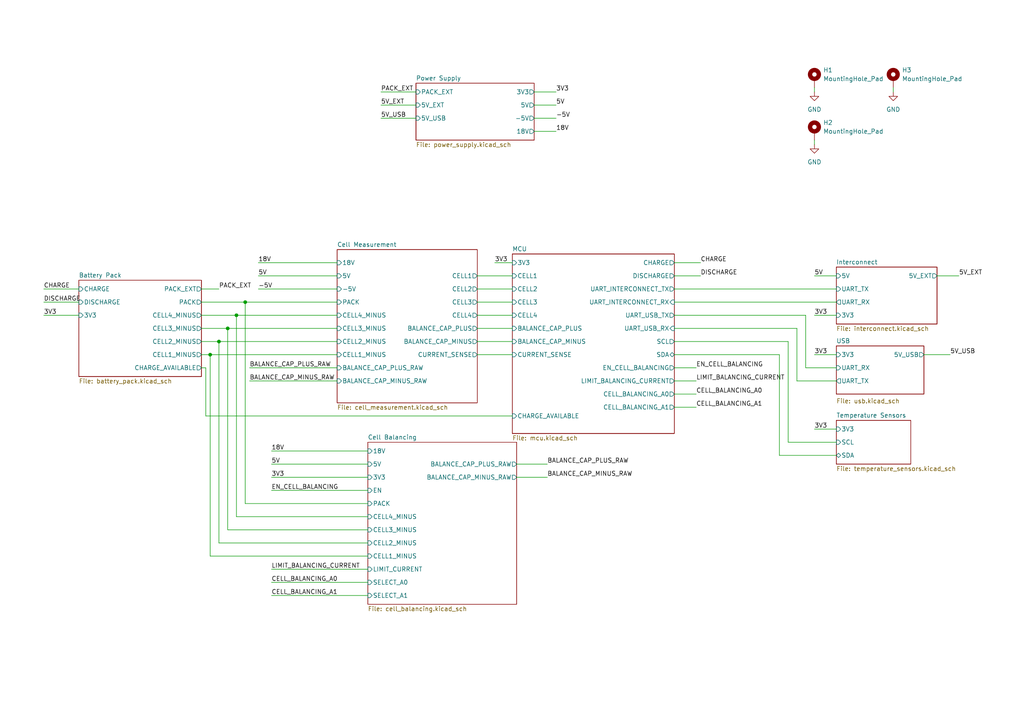
<source format=kicad_sch>
(kicad_sch (version 20230121) (generator eeschema)
  (paper "A4")
  (lib_symbols
    (symbol "benediktibk:MountingHole_Pad_M6" (pin_numbers hide) (pin_names (offset 1.016) hide)
      (property "Reference" "H" (at 0 6.35 0))
      (property "Value" "MountingHole_Pad_M6" (at 0 4.445 0))
      (symbol "MountingHole_Pad_M6_0_1"
        (circle (center 0 1.27) (radius 1.27) (stroke (width 1.27)))
      )
      (symbol "MountingHole_Pad_M6_1_1"
        (pin input line (at 0 -2.54 90) (length 2.54) (name "1") (number "1"))
      )
    )
    (symbol "power:GND" (power) (pin_names (offset 0))
      (property "Value" "GND" (at 0 -3.81 0))
      (symbol "GND_0_1"
        (polyline (pts (xy 0 0) (xy 0 -1.27) (xy 1.27 -1.27) (xy 0 -2.54) (xy -1.27 -1.27) (xy 0 -1.27)))
      )
      (symbol "GND_1_1"
        (pin power_in line (at 0 0 270) (length 0) hide (name "GND") (number "1"))
      )
    )
  )
  (junction (at 60.96 102.87))
  (junction (at 66.04 95.25))
  (junction (at 63.5 99.06))
  (junction (at 71.12 87.63))
  (junction (at 68.58 91.44))
  (wire (pts (xy 236.22 40.64) (xy 236.22 41.91)))
  (wire (pts (xy 58.42 87.63) (xy 71.12 87.63)))
  (wire (pts (xy 236.22 80.01) (xy 242.57 80.01)))
  (wire (pts (xy 59.69 120.65) (xy 148.59 120.65)))
  (wire (pts (xy 12.7 91.44) (xy 22.86 91.44)))
  (wire (pts (xy 71.12 87.63) (xy 97.79 87.63)))
  (wire (pts (xy 154.94 34.29) (xy 161.29 34.29)))
  (wire (pts (xy 236.22 102.87) (xy 242.57 102.87)))
  (wire (pts (xy 60.96 102.87) (xy 58.42 102.87)))
  (wire (pts (xy 110.49 34.29) (xy 120.65 34.29)))
  (wire (pts (xy 231.14 110.49) (xy 242.57 110.49)))
  (wire (pts (xy 195.58 106.68) (xy 201.93 106.68)))
  (wire (pts (xy 60.96 102.87) (xy 60.96 161.29)))
  (wire (pts (xy 59.69 120.65) (xy 59.69 106.68)))
  (wire (pts (xy 154.94 38.1) (xy 161.29 38.1)))
  (wire (pts (xy 78.74 138.43) (xy 106.68 138.43)))
  (wire (pts (xy 195.58 118.11) (xy 201.93 118.11)))
  (wire (pts (xy 149.86 134.62) (xy 158.75 134.62)))
  (wire (pts (xy 58.42 95.25) (xy 66.04 95.25)))
  (wire (pts (xy 78.74 168.91) (xy 106.68 168.91)))
  (wire (pts (xy 78.74 165.1) (xy 106.68 165.1)))
  (wire (pts (xy 233.68 106.68) (xy 242.57 106.68)))
  (wire (pts (xy 74.93 76.2) (xy 97.79 76.2)))
  (wire (pts (xy 226.06 132.08) (xy 242.57 132.08)))
  (wire (pts (xy 228.6 128.27) (xy 242.57 128.27)))
  (wire (pts (xy 106.68 157.48) (xy 63.5 157.48)))
  (wire (pts (xy 154.94 30.48) (xy 161.29 30.48)))
  (wire (pts (xy 138.43 95.25) (xy 148.59 95.25)))
  (wire (pts (xy 228.6 99.06) (xy 228.6 128.27)))
  (wire (pts (xy 195.58 83.82) (xy 242.57 83.82)))
  (wire (pts (xy 233.68 91.44) (xy 233.68 106.68)))
  (wire (pts (xy 236.22 124.46) (xy 242.57 124.46)))
  (wire (pts (xy 71.12 146.05) (xy 71.12 87.63)))
  (wire (pts (xy 138.43 99.06) (xy 148.59 99.06)))
  (wire (pts (xy 149.86 138.43) (xy 158.75 138.43)))
  (wire (pts (xy 12.7 87.63) (xy 22.86 87.63)))
  (wire (pts (xy 66.04 95.25) (xy 97.79 95.25)))
  (wire (pts (xy 138.43 102.87) (xy 148.59 102.87)))
  (wire (pts (xy 154.94 26.67) (xy 161.29 26.67)))
  (wire (pts (xy 68.58 149.86) (xy 68.58 91.44)))
  (wire (pts (xy 195.58 110.49) (xy 201.93 110.49)))
  (wire (pts (xy 195.58 114.3) (xy 201.93 114.3)))
  (wire (pts (xy 106.68 161.29) (xy 60.96 161.29)))
  (wire (pts (xy 259.08 25.4) (xy 259.08 26.67)))
  (wire (pts (xy 12.7 83.82) (xy 22.86 83.82)))
  (wire (pts (xy 58.42 83.82) (xy 63.5 83.82)))
  (wire (pts (xy 110.49 26.67) (xy 120.65 26.67)))
  (wire (pts (xy 63.5 99.06) (xy 63.5 157.48)))
  (wire (pts (xy 78.74 134.62) (xy 106.68 134.62)))
  (wire (pts (xy 78.74 130.81) (xy 106.68 130.81)))
  (wire (pts (xy 231.14 95.25) (xy 231.14 110.49)))
  (wire (pts (xy 138.43 91.44) (xy 148.59 91.44)))
  (wire (pts (xy 68.58 91.44) (xy 97.79 91.44)))
  (wire (pts (xy 195.58 99.06) (xy 228.6 99.06)))
  (wire (pts (xy 74.93 83.82) (xy 97.79 83.82)))
  (wire (pts (xy 63.5 99.06) (xy 97.79 99.06)))
  (wire (pts (xy 226.06 102.87) (xy 226.06 132.08)))
  (wire (pts (xy 195.58 76.2) (xy 203.2 76.2)))
  (wire (pts (xy 59.69 106.68) (xy 58.42 106.68)))
  (wire (pts (xy 271.78 80.01) (xy 278.13 80.01)))
  (wire (pts (xy 110.49 30.48) (xy 120.65 30.48)))
  (wire (pts (xy 72.39 110.49) (xy 97.79 110.49)))
  (wire (pts (xy 106.68 146.05) (xy 71.12 146.05)))
  (wire (pts (xy 58.42 91.44) (xy 68.58 91.44)))
  (wire (pts (xy 236.22 25.4) (xy 236.22 26.67)))
  (wire (pts (xy 195.58 87.63) (xy 242.57 87.63)))
  (wire (pts (xy 195.58 91.44) (xy 233.68 91.44)))
  (wire (pts (xy 195.58 80.01) (xy 203.2 80.01)))
  (wire (pts (xy 72.39 106.68) (xy 97.79 106.68)))
  (wire (pts (xy 78.74 172.72) (xy 106.68 172.72)))
  (wire (pts (xy 138.43 80.01) (xy 148.59 80.01)))
  (wire (pts (xy 195.58 102.87) (xy 226.06 102.87)))
  (wire (pts (xy 60.96 102.87) (xy 97.79 102.87)))
  (wire (pts (xy 236.22 91.44) (xy 242.57 91.44)))
  (wire (pts (xy 74.93 80.01) (xy 97.79 80.01)))
  (wire (pts (xy 66.04 153.67) (xy 66.04 95.25)))
  (wire (pts (xy 106.68 153.67) (xy 66.04 153.67)))
  (wire (pts (xy 143.51 76.2) (xy 148.59 76.2)))
  (wire (pts (xy 267.97 102.87) (xy 275.59 102.87)))
  (wire (pts (xy 58.42 99.06) (xy 63.5 99.06)))
  (wire (pts (xy 138.43 87.63) (xy 148.59 87.63)))
  (wire (pts (xy 138.43 83.82) (xy 148.59 83.82)))
  (wire (pts (xy 78.74 142.24) (xy 106.68 142.24)))
  (wire (pts (xy 195.58 95.25) (xy 231.14 95.25)))
  (wire (pts (xy 106.68 149.86) (xy 68.58 149.86)))
  (label "18V" (at 161.29 38.1 0))
  (label "5V" (at 74.93 80.01 0))
  (label "DISCHARGE" (at 203.2 80.01 0))
  (label "5V" (at 236.22 80.01 0))
  (label "3V3" (at 236.22 91.44 0))
  (label "5V_EXT" (at 278.13 80.01 0))
  (label "5V_USB" (at 110.49 34.29 0))
  (label "DISCHARGE" (at 12.7 87.63 0))
  (label "-5V" (at 74.93 83.82 0))
  (label "CHARGE" (at 12.7 83.82 0))
  (label "3V3" (at 236.22 102.87 0))
  (label "-5V" (at 161.29 34.29 0))
  (label "EN_CELL_BALANCING" (at 78.74 142.24 0))
  (label "3V3" (at 143.51 76.2 0))
  (label "CELL_BALANCING_A0" (at 201.93 114.3 0))
  (label "LIMIT_BALANCING_CURRENT" (at 78.74 165.1 0))
  (label "CELL_BALANCING_A1" (at 201.93 118.11 0))
  (label "BALANCE_CAP_MINUS_RAW" (at 158.75 138.43 0))
  (label "BALANCE_CAP_PLUS_RAW" (at 72.39 106.68 0))
  (label "18V" (at 78.74 130.81 0))
  (label "CELL_BALANCING_A0" (at 78.74 168.91 0))
  (label "5V_USB" (at 275.59 102.87 0))
  (label "CHARGE" (at 203.2 76.2 0))
  (label "PACK_EXT" (at 63.5 83.82 0))
  (label "PACK_EXT" (at 110.49 26.67 0))
  (label "CELL_BALANCING_A1" (at 78.74 172.72 0))
  (label "3V3" (at 12.7 91.44 0))
  (label "5V" (at 78.74 134.62 0))
  (label "3V3" (at 78.74 138.43 0))
  (label "BALANCE_CAP_MINUS_RAW" (at 72.39 110.49 0))
  (label "5V" (at 161.29 30.48 0))
  (label "BALANCE_CAP_PLUS_RAW" (at 158.75 134.62 0))
  (label "3V3" (at 161.29 26.67 0))
  (label "3V3" (at 236.22 124.46 0))
  (label "5V_EXT" (at 110.49 30.48 0))
  (label "18V" (at 74.93 76.2 0))
  (label "EN_CELL_BALANCING" (at 201.93 106.68 0))
  (label "LIMIT_BALANCING_CURRENT" (at 201.93 110.49 0))
  (symbol (lib_id "power:GND") (at 236.22 41.91 0) (unit 1)
    (property "Reference" "#PWR045" (effects hide))
    (property "Value" "GND" (at 236.22 46.99 0))
  )
  (symbol (lib_id "benediktibk:MountingHole_Pad_M6") (at 259.08 22.86 0) (unit 1)
    (property "Reference" "H3" (at 261.62 20.32 0) (effects (justify left)))
    (property "Value" "MountingHole_Pad" (at 261.62 22.86 0) (effects (justify left)))
    (property "Footprint" "MountingHole:MountingHole_6.4mm_M6_Pad" (effects hide))
  )
  (symbol (lib_id "benediktibk:MountingHole_Pad_M6") (at 236.22 22.86 0) (unit 1)
    (property "Reference" "H1" (at 238.76 20.32 0) (effects (justify left)))
    (property "Value" "MountingHole_Pad" (at 238.76 22.86 0) (effects (justify left)))
    (property "Footprint" "MountingHole:MountingHole_6.4mm_M6_Pad" (effects hide))
  )
  (symbol (lib_id "power:GND") (at 236.22 26.67 0) (unit 1)
    (property "Reference" "#PWR044" (effects hide))
    (property "Value" "GND" (at 236.22 31.75 0))
  )
  (symbol (lib_id "benediktibk:MountingHole_Pad_M6") (at 236.22 38.1 0) (unit 1)
    (property "Reference" "H2" (at 238.76 35.56 0) (effects (justify left)))
    (property "Value" "MountingHole_Pad" (at 238.76 38.1 0) (effects (justify left)))
    (property "Footprint" "MountingHole:MountingHole_6.4mm_M6_Pad" (effects hide))
  )
  (symbol (lib_id "power:GND") (at 259.08 26.67 0) (unit 1)
    (property "Reference" "#PWR046" (effects hide))
    (property "Value" "GND" (at 259.08 31.75 0))
  )
  (sheet (at 22.86 81.28) (size 35.56 27.94) (stroke (width 0.1524))
    (property "Sheetname" "Battery Pack" (at 22.86 80.5684 0) (effects (justify left bottom)))
    (property "Sheetfile" "battery_pack.kicad_sch" (at 22.86 109.8046 0) (effects (justify left top)))
    (pin "CHARGE" input (at 22.86 83.82 180))
    (pin "PACK_EXT" output (at 58.42 83.82 0))
    (pin "DISCHARGE" input (at 22.86 87.63 180))
    (pin "CELL3_MINUS" output (at 58.42 95.25 0))
    (pin "CELL2_MINUS" output (at 58.42 99.06 0))
    (pin "PACK" output (at 58.42 87.63 0))
    (pin "CELL4_MINUS" output (at 58.42 91.44 0))
    (pin "CELL1_MINUS" output (at 58.42 102.87 0))
    (pin "3V3" input (at 22.86 91.44 180))
    (pin "CHARGE_AVAILABLE" output (at 58.42 106.68 0))
  )
  (sheet (at 242.57 121.92) (size 21.59 12.7) (stroke (width 0.1524))
    (property "Sheetname" "Temperature Sensors" (at 242.57 121.2084 0) (effects (justify left bottom)))
    (property "Sheetfile" "temperature_sensors.kicad_sch" (at 242.57 135.2046 0) (effects (justify left top)))
    (pin "SCL" input (at 242.57 128.27 180))
    (pin "3V3" input (at 242.57 124.46 180))
    (pin "SDA" bidirectional (at 242.57 132.08 180))
  )
  (sheet (at 106.68 128.27) (size 43.18 46.99) (stroke (width 0.1524))
    (property "Sheetname" "Cell Balancing" (at 106.68 127.5584 0) (effects (justify left bottom)))
    (property "Sheetfile" "cell_balancing.kicad_sch" (at 106.68 175.8446 0) (effects (justify left top)))
    (pin "CELL4_MINUS" input (at 106.68 149.86 180))
    (pin "CELL3_MINUS" input (at 106.68 153.67 180))
    (pin "CELL2_MINUS" input (at 106.68 157.48 180))
    (pin "CELL1_MINUS" input (at 106.68 161.29 180))
    (pin "LIMIT_CURRENT" input (at 106.68 165.1 180))
    (pin "PACK" input (at 106.68 146.05 180))
    (pin "BALANCE_CAP_MINUS_RAW" output (at 149.86 138.43 0))
    (pin "BALANCE_CAP_PLUS_RAW" output (at 149.86 134.62 0))
    (pin "SELECT_A0" input (at 106.68 168.91 180))
    (pin "SELECT_A1" input (at 106.68 172.72 180))
    (pin "EN" input (at 106.68 142.24 180))
    (pin "3V3" input (at 106.68 138.43 180))
    (pin "5V" input (at 106.68 134.62 180))
    (pin "18V" input (at 106.68 130.81 180))
  )
  (sheet (at 97.79 72.39) (size 40.64 44.45) (stroke (width 0.1524))
    (property "Sheetname" "Cell Measurement" (at 97.79 71.6784 0) (effects (justify left bottom)))
    (property "Sheetfile" "cell_measurement.kicad_sch" (at 97.79 117.4246 0) (effects (justify left top)))
    (pin "CELL2_MINUS" input (at 97.79 99.06 180))
    (pin "CELL3_MINUS" input (at 97.79 95.25 180))
    (pin "CELL4_MINUS" input (at 97.79 91.44 180))
    (pin "PACK" input (at 97.79 87.63 180))
    (pin "CELL1" output (at 138.43 80.01 0))
    (pin "CELL2" output (at 138.43 83.82 0))
    (pin "CELL3" output (at 138.43 87.63 0))
    (pin "CELL4" output (at 138.43 91.44 0))
    (pin "BALANCE_CAP_PLUS_RAW" input (at 97.79 106.68 180))
    (pin "BALANCE_CAP_MINUS_RAW" input (at 97.79 110.49 180))
    (pin "BALANCE_CAP_PLUS" output (at 138.43 95.25 0))
    (pin "BALANCE_CAP_MINUS" output (at 138.43 99.06 0))
    (pin "CURRENT_SENSE" output (at 138.43 102.87 0))
    (pin "CELL1_MINUS" input (at 97.79 102.87 180))
    (pin "-5V" input (at 97.79 83.82 180))
    (pin "5V" input (at 97.79 80.01 180))
    (pin "18V" input (at 97.79 76.2 180))
  )
  (sheet (at 242.57 77.47) (size 29.21 16.51) (stroke (width 0.1524))
    (property "Sheetname" "Interconnect" (at 242.57 76.7584 0) (effects (justify left bottom)))
    (property "Sheetfile" "interconnect.kicad_sch" (at 242.57 94.5646 0) (effects (justify left top)))
    (pin "5V" input (at 242.57 80.01 180))
    (pin "5V_EXT" output (at 271.78 80.01 0))
    (pin "3V3" input (at 242.57 91.44 180))
    (pin "UART_RX" output (at 242.57 87.63 180))
    (pin "UART_TX" input (at 242.57 83.82 180))
  )
  (sheet (at 148.59 73.66) (size 46.99 52.07) (stroke (width 0.1524))
    (property "Sheetname" "MCU" (at 148.59 72.9484 0) (effects (justify left bottom)))
    (property "Sheetfile" "mcu.kicad_sch" (at 148.59 126.3146 0) (effects (justify left top)))
    (pin "3V3" input (at 148.59 76.2 180))
    (pin "CELL1" input (at 148.59 80.01 180))
    (pin "CELL2" input (at 148.59 83.82 180))
    (pin "CELL3" input (at 148.59 87.63 180))
    (pin "CELL4" input (at 148.59 91.44 180))
    (pin "CHARGE" output (at 195.58 76.2 0))
    (pin "DISCHARGE" output (at 195.58 80.01 0))
    (pin "UART_INTERCONNECT_TX" output (at 195.58 83.82 0))
    (pin "UART_INTERCONNECT_RX" input (at 195.58 87.63 0))
    (pin "UART_USB_TX" output (at 195.58 91.44 0))
    (pin "UART_USB_RX" input (at 195.58 95.25 0))
    (pin "BALANCE_CAP_PLUS" input (at 148.59 95.25 180))
    (pin "BALANCE_CAP_MINUS" input (at 148.59 99.06 180))
    (pin "SDA" bidirectional (at 195.58 102.87 0))
    (pin "SCL" output (at 195.58 99.06 0))
    (pin "LIMIT_BALANCING_CURRENT" output (at 195.58 110.49 0))
    (pin "CELL_BALANCING_A0" output (at 195.58 114.3 0))
    (pin "CELL_BALANCING_A1" output (at 195.58 118.11 0))
    (pin "CHARGE_AVAILABLE" input (at 148.59 120.65 180))
    (pin "CURRENT_SENSE" input (at 148.59 102.87 180))
    (pin "EN_CELL_BALANCING" output (at 195.58 106.68 0))
  )
  (sheet (at 242.57 100.33) (size 25.4 13.97) (stroke (width 0.1524))
    (property "Sheetname" "USB" (at 242.57 99.6184 0) (effects (justify left bottom)))
    (property "Sheetfile" "usb.kicad_sch" (at 242.57 115.57 0) (effects (justify left top)))
    (pin "5V_USB" output (at 267.97 102.87 0))
    (pin "3V3" input (at 242.57 102.87 180))
    (pin "UART_TX" output (at 242.57 110.49 180))
    (pin "UART_RX" input (at 242.57 106.68 180))
  )
  (sheet (at 120.65 24.13) (size 34.29 16.51) (stroke (width 0.1524))
    (property "Sheetname" "Power Supply" (at 120.65 23.4184 0) (effects (justify left bottom)))
    (property "Sheetfile" "power_supply.kicad_sch" (at 120.65 41.2246 0) (effects (justify left top)))
    (pin "PACK_EXT" input (at 120.65 26.67 180))
    (pin "3V3" output (at 154.94 26.67 0))
    (pin "5V" output (at 154.94 30.48 0))
    (pin "5V_EXT" input (at 120.65 30.48 180))
    (pin "5V_USB" input (at 120.65 34.29 180))
    (pin "-5V" output (at 154.94 34.29 0))
    (pin "18V" output (at 154.94 38.1 0))
  )
)
</source>
